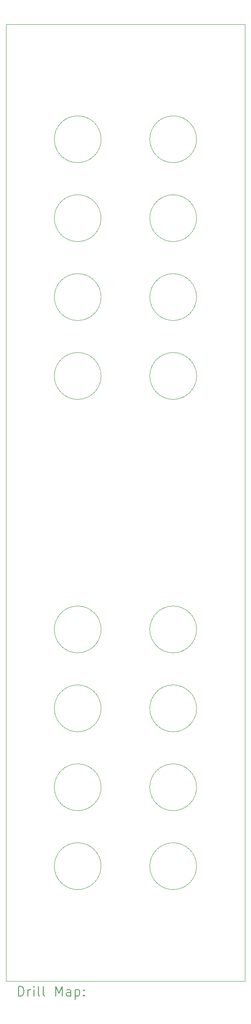
<source format=gbr>
%TF.GenerationSoftware,KiCad,Pcbnew,8.0.3*%
%TF.CreationDate,2024-06-29T17:28:32+02:00*%
%TF.ProjectId,DMH_Buffered_Mult_PANEL,444d485f-4275-4666-9665-7265645f4d75,1*%
%TF.SameCoordinates,Original*%
%TF.FileFunction,Drillmap*%
%TF.FilePolarity,Positive*%
%FSLAX45Y45*%
G04 Gerber Fmt 4.5, Leading zero omitted, Abs format (unit mm)*
G04 Created by KiCad (PCBNEW 8.0.3) date 2024-06-29 17:28:32*
%MOMM*%
%LPD*%
G01*
G04 APERTURE LIST*
%ADD10C,0.050000*%
%ADD11C,0.200000*%
G04 APERTURE END LIST*
D10*
X7500000Y-3000000D02*
X12500000Y-3000000D01*
X12500000Y-23000000D01*
X7500000Y-23000000D01*
X7500000Y-3000000D01*
X11490000Y-20600000D02*
G75*
G02*
X10510000Y-20600000I-490000J0D01*
G01*
X10510000Y-20600000D02*
G75*
G02*
X11490000Y-20600000I490000J0D01*
G01*
X9490000Y-20600000D02*
G75*
G02*
X8510000Y-20600000I-490000J0D01*
G01*
X8510000Y-20600000D02*
G75*
G02*
X9490000Y-20600000I490000J0D01*
G01*
X9490000Y-5400000D02*
G75*
G02*
X8510000Y-5400000I-490000J0D01*
G01*
X8510000Y-5400000D02*
G75*
G02*
X9490000Y-5400000I490000J0D01*
G01*
X11490000Y-5400000D02*
G75*
G02*
X10510000Y-5400000I-490000J0D01*
G01*
X10510000Y-5400000D02*
G75*
G02*
X11490000Y-5400000I490000J0D01*
G01*
X9490000Y-7050000D02*
G75*
G02*
X8510000Y-7050000I-490000J0D01*
G01*
X8510000Y-7050000D02*
G75*
G02*
X9490000Y-7050000I490000J0D01*
G01*
X11490000Y-15650000D02*
G75*
G02*
X10510000Y-15650000I-490000J0D01*
G01*
X10510000Y-15650000D02*
G75*
G02*
X11490000Y-15650000I490000J0D01*
G01*
X9490000Y-17300000D02*
G75*
G02*
X8510000Y-17300000I-490000J0D01*
G01*
X8510000Y-17300000D02*
G75*
G02*
X9490000Y-17300000I490000J0D01*
G01*
X11490000Y-18950000D02*
G75*
G02*
X10510000Y-18950000I-490000J0D01*
G01*
X10510000Y-18950000D02*
G75*
G02*
X11490000Y-18950000I490000J0D01*
G01*
X9490000Y-10350000D02*
G75*
G02*
X8510000Y-10350000I-490000J0D01*
G01*
X8510000Y-10350000D02*
G75*
G02*
X9490000Y-10350000I490000J0D01*
G01*
X9490000Y-18950000D02*
G75*
G02*
X8510000Y-18950000I-490000J0D01*
G01*
X8510000Y-18950000D02*
G75*
G02*
X9490000Y-18950000I490000J0D01*
G01*
X11490000Y-10350000D02*
G75*
G02*
X10510000Y-10350000I-490000J0D01*
G01*
X10510000Y-10350000D02*
G75*
G02*
X11490000Y-10350000I490000J0D01*
G01*
X11490000Y-17300000D02*
G75*
G02*
X10510000Y-17300000I-490000J0D01*
G01*
X10510000Y-17300000D02*
G75*
G02*
X11490000Y-17300000I490000J0D01*
G01*
X9490000Y-15650000D02*
G75*
G02*
X8510000Y-15650000I-490000J0D01*
G01*
X8510000Y-15650000D02*
G75*
G02*
X9490000Y-15650000I490000J0D01*
G01*
X9490000Y-8700000D02*
G75*
G02*
X8510000Y-8700000I-490000J0D01*
G01*
X8510000Y-8700000D02*
G75*
G02*
X9490000Y-8700000I490000J0D01*
G01*
X11490000Y-7050000D02*
G75*
G02*
X10510000Y-7050000I-490000J0D01*
G01*
X10510000Y-7050000D02*
G75*
G02*
X11490000Y-7050000I490000J0D01*
G01*
X11490000Y-8700000D02*
G75*
G02*
X10510000Y-8700000I-490000J0D01*
G01*
X10510000Y-8700000D02*
G75*
G02*
X11490000Y-8700000I490000J0D01*
G01*
D11*
X7758277Y-23313984D02*
X7758277Y-23113984D01*
X7758277Y-23113984D02*
X7805896Y-23113984D01*
X7805896Y-23113984D02*
X7834467Y-23123508D01*
X7834467Y-23123508D02*
X7853515Y-23142555D01*
X7853515Y-23142555D02*
X7863039Y-23161603D01*
X7863039Y-23161603D02*
X7872562Y-23199698D01*
X7872562Y-23199698D02*
X7872562Y-23228269D01*
X7872562Y-23228269D02*
X7863039Y-23266365D01*
X7863039Y-23266365D02*
X7853515Y-23285412D01*
X7853515Y-23285412D02*
X7834467Y-23304460D01*
X7834467Y-23304460D02*
X7805896Y-23313984D01*
X7805896Y-23313984D02*
X7758277Y-23313984D01*
X7958277Y-23313984D02*
X7958277Y-23180650D01*
X7958277Y-23218746D02*
X7967801Y-23199698D01*
X7967801Y-23199698D02*
X7977324Y-23190174D01*
X7977324Y-23190174D02*
X7996372Y-23180650D01*
X7996372Y-23180650D02*
X8015420Y-23180650D01*
X8082086Y-23313984D02*
X8082086Y-23180650D01*
X8082086Y-23113984D02*
X8072562Y-23123508D01*
X8072562Y-23123508D02*
X8082086Y-23133031D01*
X8082086Y-23133031D02*
X8091610Y-23123508D01*
X8091610Y-23123508D02*
X8082086Y-23113984D01*
X8082086Y-23113984D02*
X8082086Y-23133031D01*
X8205896Y-23313984D02*
X8186848Y-23304460D01*
X8186848Y-23304460D02*
X8177324Y-23285412D01*
X8177324Y-23285412D02*
X8177324Y-23113984D01*
X8310658Y-23313984D02*
X8291610Y-23304460D01*
X8291610Y-23304460D02*
X8282086Y-23285412D01*
X8282086Y-23285412D02*
X8282086Y-23113984D01*
X8539229Y-23313984D02*
X8539229Y-23113984D01*
X8539229Y-23113984D02*
X8605896Y-23256841D01*
X8605896Y-23256841D02*
X8672563Y-23113984D01*
X8672563Y-23113984D02*
X8672563Y-23313984D01*
X8853515Y-23313984D02*
X8853515Y-23209222D01*
X8853515Y-23209222D02*
X8843991Y-23190174D01*
X8843991Y-23190174D02*
X8824944Y-23180650D01*
X8824944Y-23180650D02*
X8786848Y-23180650D01*
X8786848Y-23180650D02*
X8767801Y-23190174D01*
X8853515Y-23304460D02*
X8834467Y-23313984D01*
X8834467Y-23313984D02*
X8786848Y-23313984D01*
X8786848Y-23313984D02*
X8767801Y-23304460D01*
X8767801Y-23304460D02*
X8758277Y-23285412D01*
X8758277Y-23285412D02*
X8758277Y-23266365D01*
X8758277Y-23266365D02*
X8767801Y-23247317D01*
X8767801Y-23247317D02*
X8786848Y-23237793D01*
X8786848Y-23237793D02*
X8834467Y-23237793D01*
X8834467Y-23237793D02*
X8853515Y-23228269D01*
X8948753Y-23180650D02*
X8948753Y-23380650D01*
X8948753Y-23190174D02*
X8967801Y-23180650D01*
X8967801Y-23180650D02*
X9005896Y-23180650D01*
X9005896Y-23180650D02*
X9024944Y-23190174D01*
X9024944Y-23190174D02*
X9034467Y-23199698D01*
X9034467Y-23199698D02*
X9043991Y-23218746D01*
X9043991Y-23218746D02*
X9043991Y-23275888D01*
X9043991Y-23275888D02*
X9034467Y-23294936D01*
X9034467Y-23294936D02*
X9024944Y-23304460D01*
X9024944Y-23304460D02*
X9005896Y-23313984D01*
X9005896Y-23313984D02*
X8967801Y-23313984D01*
X8967801Y-23313984D02*
X8948753Y-23304460D01*
X9129705Y-23294936D02*
X9139229Y-23304460D01*
X9139229Y-23304460D02*
X9129705Y-23313984D01*
X9129705Y-23313984D02*
X9120182Y-23304460D01*
X9120182Y-23304460D02*
X9129705Y-23294936D01*
X9129705Y-23294936D02*
X9129705Y-23313984D01*
X9129705Y-23190174D02*
X9139229Y-23199698D01*
X9139229Y-23199698D02*
X9129705Y-23209222D01*
X9129705Y-23209222D02*
X9120182Y-23199698D01*
X9120182Y-23199698D02*
X9129705Y-23190174D01*
X9129705Y-23190174D02*
X9129705Y-23209222D01*
M02*

</source>
